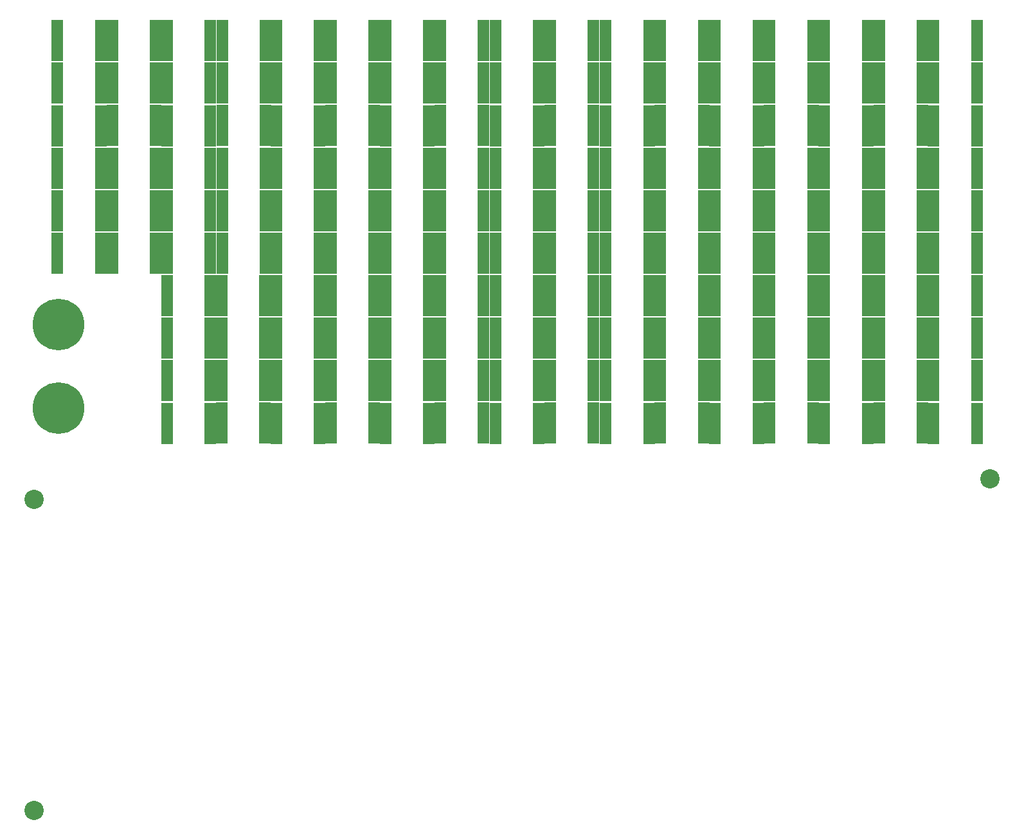
<source format=gbr>
G04 #@! TF.GenerationSoftware,KiCad,Pcbnew,(5.0.0)*
G04 #@! TF.CreationDate,2019-06-02T07:24:35-07:00*
G04 #@! TF.ProjectId,SSB Cap Board C1 - Rev2,5353422043617020426F617264204331,rev?*
G04 #@! TF.SameCoordinates,Original*
G04 #@! TF.FileFunction,Soldermask,Top*
G04 #@! TF.FilePolarity,Negative*
%FSLAX46Y46*%
G04 Gerber Fmt 4.6, Leading zero omitted, Abs format (unit mm)*
G04 Created by KiCad (PCBNEW (5.0.0)) date 06/02/19 07:24:35*
%MOMM*%
%LPD*%
G01*
G04 APERTURE LIST*
%ADD10R,1.650000X5.400000*%
%ADD11C,6.800000*%
%ADD12C,1.200000*%
%ADD13C,2.540000*%
G04 APERTURE END LIST*
D10*
G04 #@! TO.C,C425*
X60995000Y80995000D03*
X55295000Y80995000D03*
G04 #@! TD*
G04 #@! TO.C,C430*
X55295000Y69795000D03*
X60995000Y69795000D03*
G04 #@! TD*
G04 #@! TO.C,C431*
X60995000Y103395000D03*
X55295000Y103395000D03*
G04 #@! TD*
G04 #@! TO.C,C434*
X55295000Y64195000D03*
X60995000Y64195000D03*
G04 #@! TD*
G04 #@! TO.C,C435*
X60995000Y97795000D03*
X55295000Y97795000D03*
G04 #@! TD*
G04 #@! TO.C,C406*
X60995000Y58595000D03*
X55295000Y58595000D03*
G04 #@! TD*
G04 #@! TO.C,C407*
X55295000Y92195000D03*
X60995000Y92195000D03*
G04 #@! TD*
G04 #@! TO.C,C408*
X60995000Y52995000D03*
X55295000Y52995000D03*
G04 #@! TD*
G04 #@! TO.C,C409*
X55295000Y86595000D03*
X60995000Y86595000D03*
G04 #@! TD*
G04 #@! TO.C,C422*
X60995000Y75395000D03*
X55295000Y75395000D03*
G04 #@! TD*
G04 #@! TO.C,C343*
X-24095000Y75405000D03*
X-18395000Y75405000D03*
G04 #@! TD*
G04 #@! TO.C,C340*
X40895000Y69795000D03*
X46595000Y69795000D03*
G04 #@! TD*
G04 #@! TO.C,C333*
X10505000Y103405000D03*
X4805000Y103405000D03*
G04 #@! TD*
G04 #@! TO.C,C332*
X40895000Y64195000D03*
X46595000Y64195000D03*
G04 #@! TD*
G04 #@! TO.C,C1*
X-40005000Y52995000D03*
X-45705000Y52995000D03*
G04 #@! TD*
G04 #@! TO.C,C363*
X48105000Y103405000D03*
X53805000Y103405000D03*
G04 #@! TD*
G04 #@! TO.C,C275*
X40895000Y75395000D03*
X46595000Y75395000D03*
G04 #@! TD*
G04 #@! TO.C,C273*
X19305000Y53005000D03*
X25005000Y53005000D03*
G04 #@! TD*
G04 #@! TO.C,C313*
X40895000Y86595000D03*
X46595000Y86595000D03*
G04 #@! TD*
G04 #@! TO.C,C264*
X48105000Y92205000D03*
X53805000Y92205000D03*
G04 #@! TD*
G04 #@! TO.C,C262*
X19305000Y81005000D03*
X25005000Y81005000D03*
G04 #@! TD*
G04 #@! TO.C,C261*
X48105000Y75405000D03*
X53805000Y75405000D03*
G04 #@! TD*
G04 #@! TO.C,C260*
X32195000Y103395000D03*
X26495000Y103395000D03*
G04 #@! TD*
G04 #@! TO.C,C259*
X32195000Y58595000D03*
X26495000Y58595000D03*
G04 #@! TD*
G04 #@! TO.C,C258*
X-11205000Y58595000D03*
X-16905000Y58595000D03*
G04 #@! TD*
G04 #@! TO.C,C257*
X46595000Y58595000D03*
X40895000Y58595000D03*
G04 #@! TD*
G04 #@! TO.C,C314*
X19305000Y86605000D03*
X25005000Y86605000D03*
G04 #@! TD*
G04 #@! TO.C,C265*
X32195000Y97795000D03*
X26495000Y97795000D03*
G04 #@! TD*
G04 #@! TO.C,C311*
X32195000Y52995000D03*
X26495000Y52995000D03*
G04 #@! TD*
G04 #@! TO.C,C310*
X-11205000Y52995000D03*
X-16905000Y52995000D03*
G04 #@! TD*
G04 #@! TO.C,C309*
X46595000Y52995000D03*
X40895000Y52995000D03*
G04 #@! TD*
G04 #@! TO.C,C308*
X-54405000Y86595000D03*
X-60105000Y86595000D03*
G04 #@! TD*
G04 #@! TO.C,C304*
X19305000Y92205000D03*
X25005000Y92205000D03*
G04 #@! TD*
G04 #@! TO.C,C302*
X32195000Y92195000D03*
X26495000Y92195000D03*
G04 #@! TD*
G04 #@! TO.C,C300*
X48105000Y53005000D03*
X53805000Y53005000D03*
G04 #@! TD*
G04 #@! TO.C,C283*
X32195000Y86595000D03*
X26495000Y86595000D03*
G04 #@! TD*
G04 #@! TO.C,C282*
X-54405000Y80995000D03*
X-60105000Y80995000D03*
G04 #@! TD*
G04 #@! TO.C,C295*
X19305000Y97805000D03*
X25005000Y97805000D03*
G04 #@! TD*
G04 #@! TO.C,C294*
X19305000Y58605000D03*
X25005000Y58605000D03*
G04 #@! TD*
G04 #@! TO.C,C292*
X33705000Y75405000D03*
X39405000Y75405000D03*
G04 #@! TD*
G04 #@! TO.C,C291*
X-24095000Y103405000D03*
X-18395000Y103405000D03*
G04 #@! TD*
G04 #@! TO.C,C289*
X-54405000Y75395000D03*
X-60105000Y75395000D03*
G04 #@! TD*
G04 #@! TO.C,C287*
X19305000Y103405000D03*
X25005000Y103405000D03*
G04 #@! TD*
G04 #@! TO.C,C286*
X19305000Y64205000D03*
X25005000Y64205000D03*
G04 #@! TD*
G04 #@! TO.C,C285*
X48105000Y64205000D03*
X53805000Y64205000D03*
G04 #@! TD*
G04 #@! TO.C,C284*
X33705000Y81005000D03*
X39405000Y81005000D03*
G04 #@! TD*
G04 #@! TO.C,C299*
X48105000Y97805000D03*
X53805000Y97805000D03*
G04 #@! TD*
G04 #@! TO.C,C298*
X33705000Y86605000D03*
X39405000Y86605000D03*
G04 #@! TD*
G04 #@! TO.C,C377*
X19305000Y69805000D03*
X25005000Y69805000D03*
G04 #@! TD*
G04 #@! TO.C,C390*
X33705000Y92205000D03*
X39405000Y92205000D03*
G04 #@! TD*
G04 #@! TO.C,C388*
X-9695000Y86605000D03*
X-3995000Y86605000D03*
G04 #@! TD*
G04 #@! TO.C,C385*
X33705000Y97805000D03*
X39405000Y97805000D03*
G04 #@! TD*
G04 #@! TO.C,C384*
X46595000Y103395000D03*
X40895000Y103395000D03*
G04 #@! TD*
G04 #@! TO.C,C383*
X-9695000Y92205000D03*
X-3995000Y92205000D03*
G04 #@! TD*
G04 #@! TO.C,C381*
X33705000Y103405000D03*
X39405000Y103405000D03*
G04 #@! TD*
G04 #@! TO.C,C380*
X46595000Y97795000D03*
X40895000Y97795000D03*
G04 #@! TD*
G04 #@! TO.C,C379*
X-9695000Y97805000D03*
X-3995000Y97805000D03*
G04 #@! TD*
G04 #@! TO.C,C93*
X-25605000Y58595000D03*
X-31305000Y58595000D03*
G04 #@! TD*
G04 #@! TO.C,C92*
X-38395000Y92205000D03*
X-32695000Y92205000D03*
G04 #@! TD*
G04 #@! TO.C,C90*
X-52895000Y103405000D03*
X-47195000Y103405000D03*
G04 #@! TD*
G04 #@! TO.C,C88*
X-11205000Y92195000D03*
X-16905000Y92195000D03*
G04 #@! TD*
G04 #@! TO.C,C87*
X-9695000Y58605000D03*
X-3995000Y58605000D03*
G04 #@! TD*
G04 #@! TO.C,C86*
X3295000Y80995000D03*
X-2405000Y80995000D03*
G04 #@! TD*
G04 #@! TO.C,C85*
X4805000Y69805000D03*
X10505000Y69805000D03*
G04 #@! TD*
G04 #@! TO.C,C84*
X17795000Y69795000D03*
X12095000Y69795000D03*
G04 #@! TD*
G04 #@! TO.C,C83*
X-25605000Y64195000D03*
X-31305000Y64195000D03*
G04 #@! TD*
G04 #@! TO.C,C82*
X-38395000Y86605000D03*
X-32695000Y86605000D03*
G04 #@! TD*
G04 #@! TO.C,C81*
X-38395000Y81005000D03*
X-32695000Y81005000D03*
G04 #@! TD*
G04 #@! TO.C,C80*
X17795000Y64195000D03*
X12095000Y64195000D03*
G04 #@! TD*
G04 #@! TO.C,C251*
X32195000Y80995000D03*
X26495000Y80995000D03*
G04 #@! TD*
G04 #@! TO.C,C78*
X-25605000Y69795000D03*
X-31305000Y69795000D03*
G04 #@! TD*
G04 #@! TO.C,C77*
X17795000Y75395000D03*
X12095000Y75395000D03*
G04 #@! TD*
G04 #@! TO.C,C76*
X4805000Y64205000D03*
X10505000Y64205000D03*
G04 #@! TD*
G04 #@! TO.C,C75*
X-40005000Y58595000D03*
X-45705000Y58595000D03*
G04 #@! TD*
G04 #@! TO.C,C74*
X3295000Y86595000D03*
X-2405000Y86595000D03*
G04 #@! TD*
G04 #@! TO.C,C73*
X-9695000Y53005000D03*
X-3995000Y53005000D03*
G04 #@! TD*
G04 #@! TO.C,C72*
X-11205000Y97795000D03*
X-16905000Y97795000D03*
G04 #@! TD*
G04 #@! TO.C,C71*
X33705000Y69805000D03*
X39405000Y69805000D03*
G04 #@! TD*
G04 #@! TO.C,C70*
X-52895000Y97805000D03*
X-47195000Y97805000D03*
G04 #@! TD*
G04 #@! TO.C,C119*
X-54405000Y103395000D03*
X-60105000Y103395000D03*
G04 #@! TD*
G04 #@! TO.C,C113*
X40895000Y92195000D03*
X46595000Y92195000D03*
G04 #@! TD*
G04 #@! TO.C,C108*
X48105000Y58605000D03*
X53805000Y58605000D03*
G04 #@! TD*
G04 #@! TO.C,C106*
X-40005000Y103395000D03*
X-45705000Y103395000D03*
G04 #@! TD*
G04 #@! TO.C,C105*
X-54405000Y92195000D03*
X-60105000Y92195000D03*
G04 #@! TD*
G04 #@! TO.C,C96*
X-40005000Y97795000D03*
X-45705000Y97795000D03*
G04 #@! TD*
G04 #@! TO.C,C62*
X-40005000Y92195000D03*
X-45705000Y92195000D03*
G04 #@! TD*
G04 #@! TO.C,C3*
X17795000Y103395000D03*
X12095000Y103395000D03*
G04 #@! TD*
G04 #@! TO.C,C4*
X-25605000Y103395000D03*
X-31305000Y103395000D03*
G04 #@! TD*
G04 #@! TO.C,C12*
X-40005000Y86595000D03*
X-45705000Y86595000D03*
G04 #@! TD*
G04 #@! TO.C,C13*
X-38495000Y53005000D03*
X-32795000Y53005000D03*
G04 #@! TD*
G04 #@! TO.C,C14*
X-25605000Y97795000D03*
X-31305000Y97795000D03*
G04 #@! TD*
G04 #@! TO.C,C15*
X-52895000Y75405000D03*
X-47195000Y75405000D03*
G04 #@! TD*
G04 #@! TO.C,C31*
X-40005000Y80995000D03*
X-45705000Y80995000D03*
G04 #@! TD*
G04 #@! TO.C,C61*
X-38495000Y58605000D03*
X-32795000Y58605000D03*
G04 #@! TD*
G04 #@! TO.C,C60*
X-25605000Y92195000D03*
X-31305000Y92195000D03*
G04 #@! TD*
G04 #@! TO.C,C59*
X17795000Y97795000D03*
X12095000Y97795000D03*
G04 #@! TD*
G04 #@! TO.C,C51*
X-40005000Y75395000D03*
X-45705000Y75395000D03*
G04 #@! TD*
G04 #@! TO.C,C50*
X-38495000Y64205000D03*
X-32795000Y64205000D03*
G04 #@! TD*
G04 #@! TO.C,C49*
X-25605000Y86595000D03*
X-31305000Y86595000D03*
G04 #@! TD*
G04 #@! TO.C,C63*
X17795000Y92195000D03*
X12095000Y92195000D03*
G04 #@! TD*
G04 #@! TO.C,C45*
X3295000Y103395000D03*
X-2405000Y103395000D03*
G04 #@! TD*
G04 #@! TO.C,C44*
X48105000Y86605000D03*
X53805000Y86605000D03*
G04 #@! TD*
G04 #@! TO.C,C40*
X-11205000Y103395000D03*
X-16905000Y103395000D03*
G04 #@! TD*
G04 #@! TO.C,C39*
X33705000Y64205000D03*
X39405000Y64205000D03*
G04 #@! TD*
G04 #@! TO.C,C38*
X-9695000Y69805000D03*
X-3995000Y69805000D03*
G04 #@! TD*
G04 #@! TO.C,C37*
X3295000Y58595000D03*
X-2405000Y58595000D03*
G04 #@! TD*
G04 #@! TO.C,C36*
X-9695000Y81005000D03*
X-3995000Y81005000D03*
G04 #@! TD*
G04 #@! TO.C,C35*
X-11205000Y69795000D03*
X-16905000Y69795000D03*
G04 #@! TD*
G04 #@! TO.C,C34*
X-24095000Y69805000D03*
X-18395000Y69805000D03*
G04 #@! TD*
G04 #@! TO.C,C94*
X48105000Y81005000D03*
X53805000Y81005000D03*
G04 #@! TD*
G04 #@! TO.C,C32*
X4805000Y97805000D03*
X10505000Y97805000D03*
G04 #@! TD*
G04 #@! TO.C,C33*
X3295000Y52995000D03*
X-2405000Y52995000D03*
G04 #@! TD*
G04 #@! TO.C,C46*
X-24095000Y86605000D03*
X-18395000Y86605000D03*
G04 #@! TD*
G04 #@! TO.C,C215*
X48105000Y69805000D03*
X53805000Y69805000D03*
G04 #@! TD*
G04 #@! TO.C,C213*
X32195000Y69795000D03*
X26495000Y69795000D03*
G04 #@! TD*
G04 #@! TO.C,C212*
X32195000Y64195000D03*
X26495000Y64195000D03*
G04 #@! TD*
G04 #@! TO.C,C209*
X19305000Y75405000D03*
X25005000Y75405000D03*
G04 #@! TD*
G04 #@! TO.C,C125*
X-11205000Y64195000D03*
X-16905000Y64195000D03*
G04 #@! TD*
G04 #@! TO.C,C203*
X32195000Y75395000D03*
X26495000Y75395000D03*
G04 #@! TD*
G04 #@! TO.C,C201*
X-24095000Y81005000D03*
X-18395000Y81005000D03*
G04 #@! TD*
G04 #@! TO.C,C190*
X33705000Y53005000D03*
X39405000Y53005000D03*
G04 #@! TD*
G04 #@! TO.C,C126*
X-52895000Y81005000D03*
X-47195000Y81005000D03*
G04 #@! TD*
G04 #@! TO.C,C243*
X40895000Y80995000D03*
X46595000Y80995000D03*
G04 #@! TD*
G04 #@! TO.C,C48*
X-40005000Y69795000D03*
X-45705000Y69795000D03*
G04 #@! TD*
G04 #@! TO.C,C155*
X-25605000Y80995000D03*
X-31305000Y80995000D03*
G04 #@! TD*
G04 #@! TO.C,C154*
X17795000Y86595000D03*
X12095000Y86595000D03*
G04 #@! TD*
G04 #@! TO.C,C153*
X4805000Y53005000D03*
X10505000Y53005000D03*
G04 #@! TD*
G04 #@! TO.C,C152*
X3295000Y97795000D03*
X-2405000Y97795000D03*
G04 #@! TD*
G04 #@! TO.C,C149*
X-52895000Y92205000D03*
X-47195000Y92205000D03*
G04 #@! TD*
G04 #@! TO.C,C148*
X33705000Y58605000D03*
X39405000Y58605000D03*
G04 #@! TD*
G04 #@! TO.C,C147*
X-52895000Y86605000D03*
X-47195000Y86605000D03*
G04 #@! TD*
G04 #@! TO.C,C146*
X-40005000Y64195000D03*
X-45705000Y64195000D03*
G04 #@! TD*
G04 #@! TO.C,C145*
X-38395000Y75405000D03*
X-32695000Y75405000D03*
G04 #@! TD*
G04 #@! TO.C,C144*
X-25605000Y75395000D03*
X-31305000Y75395000D03*
G04 #@! TD*
G04 #@! TO.C,C143*
X17795000Y80995000D03*
X12095000Y80995000D03*
G04 #@! TD*
G04 #@! TO.C,C142*
X4805000Y58605000D03*
X10505000Y58605000D03*
G04 #@! TD*
G04 #@! TO.C,C188*
X3295000Y92195000D03*
X-2405000Y92195000D03*
G04 #@! TD*
G04 #@! TO.C,C139*
X-24095000Y53005000D03*
X-18395000Y53005000D03*
G04 #@! TD*
G04 #@! TO.C,C138*
X17795000Y52995000D03*
X12095000Y52995000D03*
G04 #@! TD*
G04 #@! TO.C,C137*
X4805000Y86605000D03*
X10505000Y86605000D03*
G04 #@! TD*
G04 #@! TO.C,C136*
X3295000Y64195000D03*
X-2405000Y64195000D03*
G04 #@! TD*
G04 #@! TO.C,C135*
X-9695000Y75405000D03*
X-3995000Y75405000D03*
G04 #@! TD*
G04 #@! TO.C,C134*
X-11205000Y75395000D03*
X-16905000Y75395000D03*
G04 #@! TD*
G04 #@! TO.C,C133*
X-24095000Y64205000D03*
X-18395000Y64205000D03*
G04 #@! TD*
G04 #@! TO.C,C189*
X-54405000Y97795000D03*
X-60105000Y97795000D03*
G04 #@! TD*
G04 #@! TO.C,C179*
X-9695000Y103405000D03*
X-3995000Y103405000D03*
G04 #@! TD*
G04 #@! TO.C,C177*
X-24095000Y92205000D03*
X-18395000Y92205000D03*
G04 #@! TD*
G04 #@! TO.C,C175*
X-24095000Y97805000D03*
X-18395000Y97805000D03*
G04 #@! TD*
G04 #@! TO.C,C156*
X4805000Y75405000D03*
X10505000Y75405000D03*
G04 #@! TD*
G04 #@! TO.C,C171*
X3295000Y75395000D03*
X-2405000Y75395000D03*
G04 #@! TD*
G04 #@! TO.C,C170*
X-9695000Y64205000D03*
X-3995000Y64205000D03*
G04 #@! TD*
G04 #@! TO.C,C169*
X-11205000Y86595000D03*
X-16905000Y86595000D03*
G04 #@! TD*
G04 #@! TO.C,C166*
X-38395000Y97805000D03*
X-32695000Y97805000D03*
G04 #@! TD*
G04 #@! TO.C,C165*
X-25605000Y52995000D03*
X-31305000Y52995000D03*
G04 #@! TD*
G04 #@! TO.C,C164*
X17795000Y58595000D03*
X12095000Y58595000D03*
G04 #@! TD*
G04 #@! TO.C,C163*
X4805000Y81005000D03*
X10505000Y81005000D03*
G04 #@! TD*
G04 #@! TO.C,C162*
X3295000Y69795000D03*
X-2405000Y69795000D03*
G04 #@! TD*
G04 #@! TO.C,C161*
X4805000Y92205000D03*
X10505000Y92205000D03*
G04 #@! TD*
G04 #@! TO.C,C160*
X-11205000Y80995000D03*
X-16905000Y80995000D03*
G04 #@! TD*
G04 #@! TO.C,C174*
X-24095000Y58605000D03*
X-18395000Y58605000D03*
G04 #@! TD*
G04 #@! TO.C,C172*
X-38395000Y103405000D03*
X-32695000Y103405000D03*
G04 #@! TD*
G04 #@! TO.C,C158*
X-38495000Y69805000D03*
X-32795000Y69805000D03*
G04 #@! TD*
D11*
G04 #@! TO.C,TP1*
X-60000000Y55000000D03*
D12*
X-57600000Y55000000D03*
X-58302944Y53302944D03*
X-60000000Y52600000D03*
X-61697056Y53302944D03*
X-62400000Y55000000D03*
X-61697056Y56697056D03*
X-60000000Y57400000D03*
X-58302944Y56697056D03*
G04 #@! TD*
D11*
G04 #@! TO.C,TP2*
X-60000000Y66000000D03*
D12*
X-57600000Y66000000D03*
X-58302944Y64302944D03*
X-60000000Y63600000D03*
X-61697056Y64302944D03*
X-62400000Y66000000D03*
X-61697056Y67697056D03*
X-60000000Y68400000D03*
X-58302944Y67697056D03*
G04 #@! TD*
D13*
G04 #@! TO.C,REF\002A\002A*
X62700000Y45700000D03*
G04 #@! TD*
G04 #@! TO.C,REF\002A\002A*
X-63200000Y43000000D03*
G04 #@! TD*
G04 #@! TO.C,REF\002A\002A*
X-63200000Y2000000D03*
G04 #@! TD*
M02*

</source>
